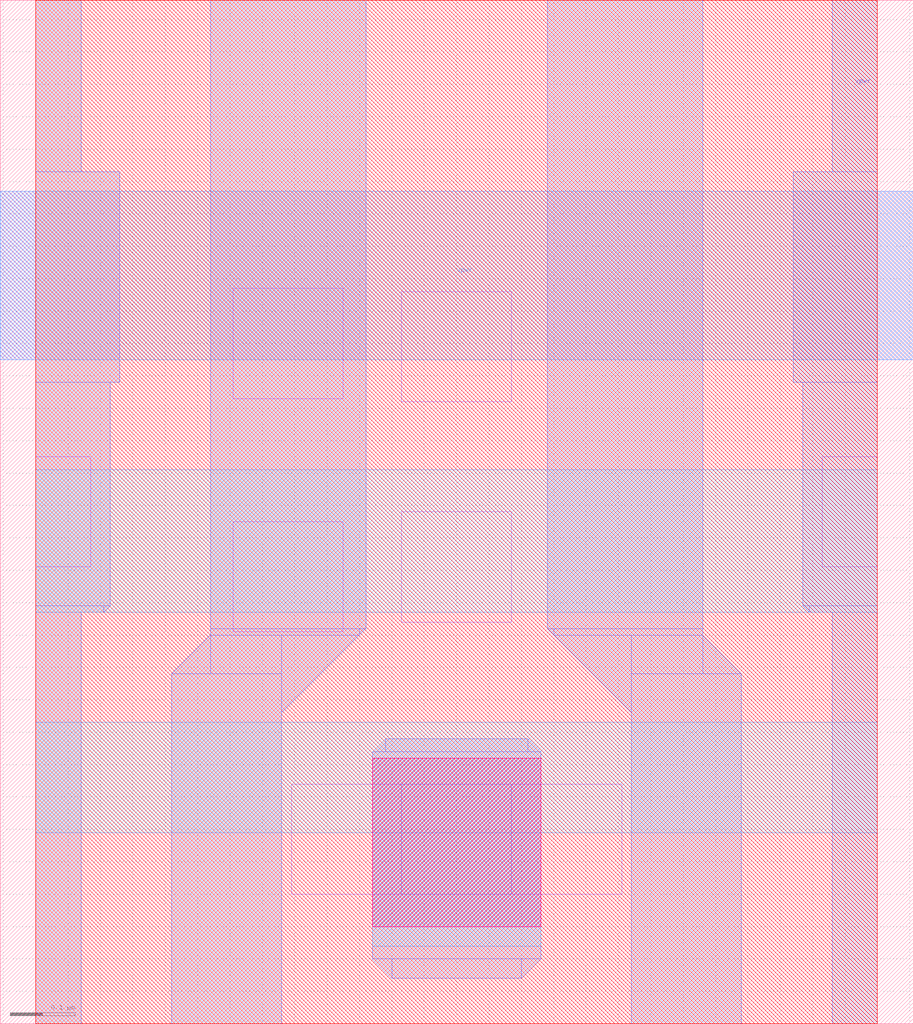
<source format=lef>
# Copyright 2020 The SkyWater PDK Authors
#
# Licensed under the Apache License, Version 2.0 (the "License");
# you may not use this file except in compliance with the License.
# You may obtain a copy of the License at
#
#     https://www.apache.org/licenses/LICENSE-2.0
#
# Unless required by applicable law or agreed to in writing, software
# distributed under the License is distributed on an "AS IS" BASIS,
# WITHOUT WARRANTIES OR CONDITIONS OF ANY KIND, either express or implied.
# See the License for the specific language governing permissions and
# limitations under the License.
#
# SPDX-License-Identifier: Apache-2.0

VERSION 5.7 ;
  NOWIREEXTENSIONATPIN ON ;
  DIVIDERCHAR "/" ;
  BUSBITCHARS "[]" ;
MACRO sky130_fd_bd_sram__sram_sp_wlstrap
  CLASS BLOCK ;
  FOREIGN sky130_fd_bd_sram__sram_sp_wlstrap ;
  ORIGIN  0.055000  0.000000 ;
  SIZE  1.410000 BY  1.580000 ;
  PIN vpwr
    ANTENNADIFFAREA  0.043200 ;
    PORT
      LAYER met1 ;
        POLYGON 1.185000 0.645000 1.195000 0.645000 1.195000 0.635000 ;
        RECT 1.170000 0.990000 1.300000 1.025000 ;
        RECT 1.170000 1.025000 1.355000 1.285000 ;
        RECT 1.170000 1.285000 1.300000 1.315000 ;
        RECT 1.185000 0.645000 1.300000 0.990000 ;
        RECT 1.195000 0.635000 1.300000 0.645000 ;
        RECT 1.230000 0.000000 1.300000 0.635000 ;
        RECT 1.230000 1.315000 1.300000 1.580000 ;
    END
    PORT
      LAYER met2 ;
        RECT -0.055000 1.025000 1.355000 1.285000 ;
    END
  END vpwr
  OBS
    LAYER li1 ;
      RECT 0.000000 0.705000 0.085000 0.875000 ;
      RECT 0.305000 0.605000 0.475000 0.775000 ;
      RECT 0.305000 0.965000 0.475000 1.135000 ;
      RECT 0.395000 0.200000 0.905000 0.370000 ;
      RECT 0.565000 0.620000 0.735000 0.790000 ;
      RECT 0.565000 0.960000 0.735000 1.130000 ;
      RECT 1.215000 0.705000 1.300000 0.875000 ;
    LAYER mcon ;
      RECT 0.565000 0.200000 0.735000 0.370000 ;
    LAYER met1 ;
      POLYGON  0.105000 0.645000 0.115000 0.645000 0.105000 0.635000 ;
      POLYGON  0.270000 0.600000 0.270000 0.540000 0.210000 0.540000 ;
      POLYGON  0.380000 0.600000 0.500000 0.600000 0.380000 0.480000 ;
      POLYGON  0.500000 0.610000 0.510000 0.610000 0.500000 0.600000 ;
      POLYGON  0.520000 0.100000 0.550000 0.100000 0.550000 0.070000 ;
      POLYGON  0.540000 0.440000 0.540000 0.420000 0.520000 0.420000 ;
      POLYGON  0.750000 0.100000 0.780000 0.100000 0.750000 0.070000 ;
      POLYGON  0.760000 0.440000 0.780000 0.420000 0.760000 0.420000 ;
      POLYGON  0.790000 0.610000 0.800000 0.610000 0.800000 0.600000 ;
      POLYGON  0.800000 0.600000 0.920000 0.600000 0.920000 0.480000 ;
      POLYGON  1.030000 0.600000 1.090000 0.540000 1.030000 0.540000 ;
      RECT -0.055000 1.025000 0.130000 1.285000 ;
      RECT  0.000000 0.000000 0.070000 0.635000 ;
      RECT  0.000000 0.635000 0.105000 0.645000 ;
      RECT  0.000000 0.645000 0.115000 0.990000 ;
      RECT  0.000000 0.990000 0.130000 1.025000 ;
      RECT  0.000000 1.285000 0.130000 1.315000 ;
      RECT  0.000000 1.315000 0.070000 1.580000 ;
      RECT  0.210000 0.000000 0.380000 0.540000 ;
      RECT  0.270000 0.540000 0.380000 0.600000 ;
      RECT  0.270000 0.600000 0.500000 0.610000 ;
      RECT  0.270000 0.610000 0.510000 1.580000 ;
      RECT  0.520000 0.100000 0.780000 0.420000 ;
      RECT  0.540000 0.420000 0.760000 0.440000 ;
      RECT  0.550000 0.070000 0.750000 0.100000 ;
      RECT  0.790000 0.610000 1.030000 1.580000 ;
      RECT  0.800000 0.600000 1.030000 0.610000 ;
      RECT  0.920000 0.000000 1.090000 0.540000 ;
      RECT  0.920000 0.540000 1.030000 0.600000 ;
    LAYER met2 ;
      RECT 0.000000 0.295000 1.300000 0.465000 ;
      RECT 0.000000 0.635000 1.300000 0.855000 ;
      RECT 0.520000 0.120000 0.780000 0.295000 ;
    LAYER nwell ;
      RECT 0.000000 0.000000 1.300000 1.580000 ;
    LAYER via ;
      RECT 0.520000 0.150000 0.780000 0.410000 ;
  END
END sky130_fd_bd_sram__sram_sp_wlstrap
END LIBRARY

</source>
